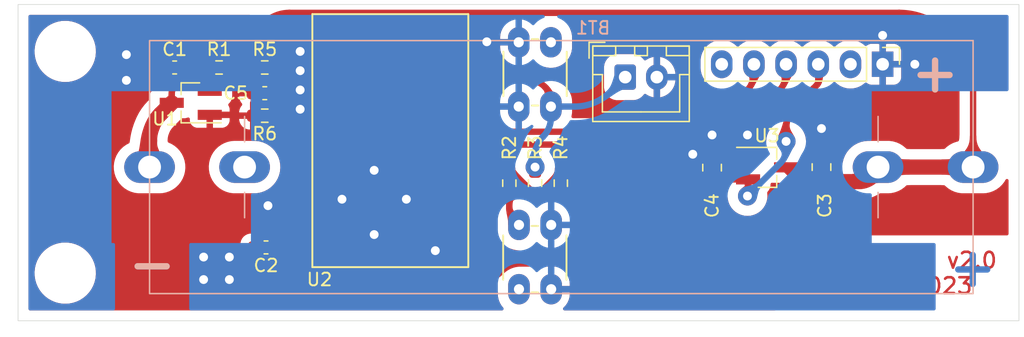
<source format=kicad_pcb>
(kicad_pcb (version 20211014) (generator pcbnew)
  (layers (0 "F.Cu" signal) (31 "B.Cu" signal) (34 "B.Paste" user) (35 "F.Paste" user) (36 "B.SilkS" user "B.Silkscreen") (37 "F.SilkS" user "F.Silkscreen") (38 "B.Mask" user) (39 "F.Mask" user) (44 "Edge.Cuts" user))
  (net 0 "")
  (net 1 "VCC")
  (net 2 "Net-(BT1-Pad2)")
  (net 3 "Net-(C1-Pad1)")
  (net 4 "+3.3V")
  (net 5 "GND")
  (net 6 "/ADC")
  (net 8 "/RX")
  (net 9 "/TX")
  (net 11 "/RST")
  (net 12 "/FLASH")
  (net 13 "Net-(R4-Pad2)")
  (footprint "Resistor_SMD:R_0603_1608Metric_Pad0.98x0.95mm_HandSolder" (layer "F.Cu") (at 89.866 77.978)
    (fp_text reference "R1")
    (fp_text value "100R")
  )
  (footprint "MountingHole:MountingHole_3.2mm_M3" (layer "F.Cu") (at 77.724 76.708)
    (fp_text reference "H1" hide)
    (fp_text value "MountingHole")
  )
  (footprint "Package_TO_SOT_SMD:SOT-23_Handsoldering" (layer "F.Cu") (at 87.63 80.772 180)
    (fp_text reference "U1")
    (fp_text value "BRCL3130MC")
  )
  (footprint "Resistor_SMD:R_0603_1608Metric_Pad0.98x0.95mm_HandSolder" (layer "F.Cu") (at 116.84 87.122 -90)
    (fp_text reference "R4")
    (fp_text value "10K")
  )
  (footprint "ESP8285:ESP-M2" (layer "F.Cu") (at 103.378 86.36)
    (fp_text reference "U2")
    (fp_text value "ESP-M2")
  )
  (footprint "Package_TO_SOT_SMD:SOT-23_Handsoldering" (layer "F.Cu") (at 133.12 85.8735)
    (fp_text reference "U3")
    (fp_text value "ME6811")
  )
  (footprint "CPB:SW_PUSH_4.5mm" (layer "F.Cu") (at 116.058 75.986 -90)
    (fp_text reference "SW1" hide)
    (fp_text value "RESET")
  )
  (footprint "Connector_JST:JST_XH_B2B-XH-A_1x02_P2.50mm_Vertical" (layer "F.Cu") (at 121.92 78.74)
    (fp_text reference "J2" hide)
    (fp_text value "EXTRESET")
  )
  (footprint "MountingHole:MountingHole_3.2mm_M3" (layer "F.Cu") (at 77.724 94.234)
    (fp_text reference "H2" hide)
    (fp_text value "MountingHole")
  )
  (footprint "Capacitor_SMD:C_0805_2012Metric_Pad1.18x1.45mm_HandSolder" (layer "F.Cu") (at 137.414 85.852 90)
    (fp_text reference "C3")
    (fp_text value "22u")
  )
  (footprint "CPB:SW_PUSH_4.5mm" (layer "F.Cu") (at 113.538 95.504 90)
    (fp_text reference "SW2" hide)
    (fp_text value "FLASH")
  )
  (footprint "Resistor_SMD:R_0603_1608Metric_Pad0.98x0.95mm_HandSolder" (layer "F.Cu") (at 114.808 87.122 90)
    (fp_text reference "R2")
    (fp_text value "10K")
  )
  (footprint "Capacitor_SMD:C_0805_2012Metric_Pad1.18x1.45mm_HandSolder" (layer "F.Cu") (at 128.778 85.895 90)
    (fp_text reference "C4")
    (fp_text value "22u")
  )
  (footprint "Resistor_SMD:R_0603_1608Metric_Pad0.98x0.95mm_HandSolder" (layer "F.Cu") (at 93.472 81.788 180)
    (fp_text reference "R6")
    (fp_text value "330K")
  )
  (footprint "Resistor_SMD:R_0603_1608Metric_Pad0.98x0.95mm_HandSolder" (layer "F.Cu") (at 112.776 87.122 -90)
    (fp_text reference "R3")
    (fp_text value "10K")
  )
  (footprint "Resistor_SMD:R_0603_1608Metric_Pad0.98x0.95mm_HandSolder" (layer "F.Cu") (at 93.472 77.978)
    (fp_text reference "R5")
    (fp_text value "1M")
  )
  (footprint "Capacitor_SMD:C_0603_1608Metric_Pad1.08x0.95mm_HandSolder" (layer "F.Cu") (at 93.5725 92.202 180)
    (fp_text reference "C2")
    (fp_text value "100n")
  )
  (footprint "Capacitor_SMD:C_0603_1608Metric_Pad1.08x0.95mm_HandSolder" (layer "F.Cu") (at 93.472 80.01 180)
    (fp_text reference "C5")
    (fp_text value "100n")
  )
  (footprint "Capacitor_SMD:C_0603_1608Metric_Pad1.08x0.95mm_HandSolder" (layer "F.Cu") (at 86.36 77.978)
    (fp_text reference "C1")
    (fp_text value "100n")
  )
  (footprint "CPB:Socket_Strip_Straight_1x06_Oval_Pitch2.54mm" (layer "F.Cu") (at 142.24 77.724 -90)
    (fp_text reference "J1" hide)
    (fp_text value "FTDI")
  )
  (footprint "CPB:Battery_18650_Unprotected_Clip" (layer "B.Cu") (at 119.38 85.852 180)
    (fp_text reference "BT1")
    (fp_text value "Li 3.7v")
  )
  (gr_rect (start 74 73) (end 153 98) (layer "Edge.Cuts") (width 0.05) (fill none))
  (gr_text "ESP Mailbox v2.0\ncperiod 2023" (at 143.002 94.234) (layer "F.Cu") (effects (font (size 1.25 1.25) (thickness 0.2))))
  (gr_text "+" (at 149.352 93.726) (layer "B.Cu") (effects (font (size 3 3) (thickness 0.5)) (justify mirror)))
  (gr_text "-" (at 84.582 93.472) (layer "B.Cu") (effects (font (size 3 3) (thickness 0.5)) (justify mirror)))
  (segment (start 136.53575 87.122) (end 137.017097 87.122) (width 0.8) (layer "F.Cu") (net 1))
  (segment (start 147.389792 75.253792) (end 147.786207 75.650207) (width 0.5) (layer "F.Cu") (net 1))
  (segment (start 135.433385 86.665385) (end 134.649101 85.881101) (width 0.8) (layer "F.Cu") (net 1))
  (segment (start 142.014 85.852) (end 149.38 85.852) (width 1.2) (layer "F.Cu") (net 1))
  (segment (start 134.63075 85.8735) (end 134.62 85.8735) (width 0.8) (layer "F.Cu") (net 1))
  (segment (start 92.5595 77.978) (end 90.7785 77.978) (width 0.5) (layer "F.Cu") (net 1))
  (segment (start 141.785247 86.214752) (end 141.44 86.56) (width 1.2) (layer "F.Cu") (net 1))
  (segment (start 92.5595 77.978) (end 92.5595 76.51855) (width 0.5) (layer "F.Cu") (net 1))
  (segment (start 95.41805 73.66) (end 143.542036 73.66) (width 0.5) (layer "F.Cu") (net 1))
  (segment (start 149.38 85.852) (end 149.38 79.497963) (width 0.5) (layer "F.Cu") (net 1))
  (segment (start 137.602635 87) (end 140.377746 87) (width 1.2) (layer "F.Cu") (net 1))
  (segment (start 137.29775 87.00575) (end 137.35875 86.94475) (width 0.8) (layer "F.Cu") (net 1))
  (arc (start 142.014 85.852) (mid 141.919247 85.891247) (end 141.88 85.986) (width 1.2) (layer "F.Cu") (net 1))
  (arc (start 93.39675 74.49725) (mid 92.777094 75.42463) (end 92.5595 76.51855) (width 0.5) (layer "F.Cu") (net 1))
  (arc (start 137.29775 87.00575) (mid 137.168985 87.091787) (end 137.017097 87.122) (width 0.8) (layer "F.Cu") (net 1))
  (arc (start 137.46925 86.94475) (mid 137.530447 86.98564) (end 137.602635 87) (width 1.2) (layer "F.Cu") (net 1))
  (arc (start 147.786207 75.650207) (mid 148.965786 77.415572) (end 149.38 79.497963) (width 0.5) (layer "F.Cu") (net 1))
  (arc (start 147.389792 75.253792) (mid 145.624426 74.074213) (end 143.542036 73.66) (width 0.5) (layer "F.Cu") (net 1))
  (arc (start 141.88 85.986) (mid 141.855374 86.109799) (end 141.785247 86.214752) (width 1.2) (layer "F.Cu") (net 1))
  (arc (start 137.46925 86.94475) (mid 137.414 86.921864) (end 137.35875 86.94475) (width 1.2) (layer "F.Cu") (net 1))
  (arc (start 141.44 86.56) (mid 140.952633 86.885647) (end 140.377746 87) (width 1.2) (layer "F.Cu") (net 1))
  (arc (start 135.433385 86.665385) (mid 135.939154 87.003329) (end 136.53575 87.122) (width 0.8) (layer "F.Cu") (net 1))
  (arc (start 95.41805 73.66) (mid 94.32413 73.877594) (end 93.39675 74.49725) (width 0.5) (layer "F.Cu") (net 1))
  (arc (start 134.649101 85.881101) (mid 134.640681 85.875475) (end 134.63075 85.8735) (width 0.8) (layer "F.Cu") (net 1))
  (segment (start 87.2225 78.18175) (end 87.2225 77.978) (width 0.5) (layer "F.Cu") (net 2))
  (segment (start 86.587497 79.020501) (end 87.078426 78.529573) (width 0.5) (layer "F.Cu") (net 2))
  (segment (start 86.13 80.772) (end 85.255 81.647) (width 1.2) (layer "F.Cu") (net 2))
  (segment (start 86.13 80.125) (end 86.13 80.772) (width 0.5) (layer "F.Cu") (net 2))
  (segment (start 84.38 83.759436) (end 84.38 85.852) (width 1.2) (layer "F.Cu") (net 2))
  (arc (start 87.2225 78.18175) (mid 87.185056 78.36999) (end 87.078426 78.529573) (width 0.5) (layer "F.Cu") (net 2))
  (arc (start 86.587497 79.020501) (mid 86.248899 79.527249) (end 86.13 80.125) (width 0.5) (layer "F.Cu") (net 2))
  (arc (start 85.255 81.647) (mid 84.607405 82.616194) (end 84.38 83.759436) (width 1.2) (layer "F.Cu") (net 2))
  (segment (start 86.969879 76.454) (end 87.561354 76.454) (width 0.5) (layer "F.Cu") (net 3))
  (segment (start 88.9535 77.62375) (end 88.9535 77.978) (width 0.5) (layer "F.Cu") (net 3))
  (segment (start 88.9535 77.978) (end 88.9535 79.520695) (width 0.5) (layer "F.Cu") (net 3))
  (segment (start 89.04175 79.73375) (end 89.13 79.822) (width 0.5) (layer "F.Cu") (net 3))
  (segment (start 85.928749 76.885249) (end 85.731375 77.082624) (width 0.5) (layer "F.Cu") (net 3))
  (segment (start 85.4975 77.64725) (end 85.4975 77.978) (width 0.5) (layer "F.Cu") (net 3))
  (segment (start 88.703007 77.019007) (end 88.54575 76.86175) (width 0.5) (layer "F.Cu") (net 3))
  (arc (start 88.9535 79.520695) (mid 88.976435 79.635999) (end 89.04175 79.73375) (width 0.5) (layer "F.Cu") (net 3))
  (arc (start 85.731375 77.082624) (mid 85.558282 77.341676) (end 85.4975 77.64725) (width 0.5) (layer "F.Cu") (net 3))
  (arc (start 88.54575 76.86175) (mid 88.094105 76.55997) (end 87.561354 76.454) (width 0.5) (layer "F.Cu") (net 3))
  (arc (start 88.703007 77.019007) (mid 88.888398 77.296465) (end 88.9535 77.62375) (width 0.5) (layer "F.Cu") (net 3))
  (arc (start 86.969879 76.454) (mid 86.406423 76.566077) (end 85.928749 76.885249) (width 0.5) (layer "F.Cu") (net 3))
  (segment (start 137.033 79.375) (end 136.779 79.629) (width 0.5) (layer "F.Cu") (net 4))
  (segment (start 119.2765 91.047054) (end 119.2765 87.42775) (width 0.5) (layer "F.Cu") (net 4))
  (segment (start 137.16 79.068394) (end 137.16 77.724) (width 0.5) (layer "F.Cu") (net 4))
  (segment (start 94.435 92.202) (end 96.958277 92.202) (width 0.5) (layer "F.Cu") (net 4))
  (segment (start 131.62 86.8235) (end 131.62 88.056058) (width 0.5) (layer "F.Cu") (net 4))
  (segment (start 116.851554 93.472) (end 113.674025 93.472) (width 0.5) (layer "F.Cu") (net 4))
  (segment (start 123.918265 86.2095) (end 120.49475 86.2095) (width 0.5) (layer "F.Cu") (net 4))
  (segment (start 97.149 92.281) (end 97.228 92.36) (width 0.5) (layer "F.Cu") (net 4))
  (segment (start 128.8325 86.878) (end 128.7235 86.987) (width 0.5) (layer "F.Cu") (net 4))
  (segment (start 131.62 86.8235) (end 128.964074 86.8235) (width 0.5) (layer "F.Cu") (net 4))
  (segment (start 94.435 92.202) (end 94.435 92.8105) (width 0.5) (layer "F.Cu") (net 4))
  (segment (start 128.454503 87.122) (end 126.121234 87.122) (width 0.5) (layer "F.Cu") (net 4))
  (segment (start 131.596 88.114) (end 131.572 88.138) (width 0.5) (layer "F.Cu") (net 4))
  (segment (start 116.84 86.2095) (end 118.05825 86.2095) (width 0.5) (layer "F.Cu") (net 4))
  (segment (start 95.0965 94.0805) (end 94.865274 93.849274) (width 0.5) (layer "F.Cu") (net 4))
  (segment (start 128.68325 87.02725) (end 128.7235 86.987) (width 0.5) (layer "F.Cu") (net 4))
  (segment (start 116.84 86.2095) (end 115.088185 87.961314) (width 0.5) (layer "F.Cu") (net 4))
  (segment (start 96.693502 94.742) (end 110.607974 94.742) (width 0.5) (layer "F.Cu") (net 4))
  (segment (start 114.734814 87.961314) (end 113.056185 86.282685) (width 0.5) (layer "F.Cu") (net 4))
  (segment (start 134.62 82.804) (end 134.62 83.82) (width 0.5) (layer "F.Cu") (net 4))
  (segment (start 112.8795 86.2095) (end 112.776 86.2095) (width 0.5) (layer "F.Cu") (net 4))
  (segment (start 118.05825 86.2095) (end 120.49475 86.2095) (width 0.5) (layer "F.Cu") (net 4))
  (segment (start 135.33842 81.069579) (end 136.779 79.629) (width 0.5) (layer "F.Cu") (net 4))
  (via (at 131.572 88.138) (size 1.5) (drill 0.7) (layers "F.Cu" "B.Cu") (net 4))
  (via (at 134.62 83.82) (size 1.5) (drill 0.7) (layers "F.Cu" "B.Cu") (net 4))
  (arc (start 119.2765 91.047054) (mid 119.091912 91.97504) (end 118.56625 92.76175) (width 0.5) (layer "F.Cu") (net 4))
  (arc (start 113.056185 86.282685) (mid 112.975121 86.22852) (end 112.8795 86.2095) (width 0.5) (layer "F.Cu") (net 4))
  (arc (start 97.149 92.281) (mid 97.061495 92.222531) (end 96.958277 92.202) (width 0.5) (layer "F.Cu") (net 4))
  (arc (start 125.01975 86.66575) (mid 124.514384 86.328075) (end 123.918265 86.2095) (width 0.5) (layer "F.Cu") (net 4))
  (arc (start 135.33842 81.069579) (mid 134.806711 81.865338) (end 134.62 82.804) (width 0.5) (layer "F.Cu") (net 4))
  (arc (start 115.088185 87.961314) (mid 115.007121 88.015479) (end 114.9115 88.0345) (width 0.5) (layer "F.Cu") (net 4))
  (arc (start 137.16 79.068394) (mid 137.126993 79.234328) (end 137.033 79.375) (width 0.5) (layer "F.Cu") (net 4))
  (arc (start 128.964074 86.8235) (mid 128.892866 86.837664) (end 128.8325 86.878) (width 0.5) (layer "F.Cu") (net 4))
  (arc (start 131.62 88.056058) (mid 131.613762 88.087416) (end 131.596 88.114) (width 0.5) (layer "F.Cu") (net 4))
  (arc (start 118.56625 92.76175) (mid 117.77954 93.287412) (end 116.851554 93.472) (width 0.5) (layer "F.Cu") (net 4))
  (arc (start 113.674025 93.472) (mid 112.844357 93.637031) (end 112.141 94.107) (width 0.5) (layer "F.Cu") (net 4))
  (arc (start 119.2765 87.42775) (mid 118.919682 86.566317) (end 118.05825 86.2095) (width 0.5) (layer "F.Cu") (net 4))
  (arc (start 125.01975 86.66575) (mid 125.525115 87.003424) (end 126.121234 87.122) (width 0.5) (layer "F.Cu") (net 4))
  (arc (start 94.435 92.8105) (mid 94.546824 93.37268) (end 94.865274 93.849274) (width 0.5) (layer "F.Cu") (net 4))
  (arc (start 128.68325 87.02725) (mid 128.5783 87.097375) (end 128.454503 87.122) (width 0.5) (layer "F.Cu") (net 4))
  (arc (start 95.0965 94.0805) (mid 95.82921 94.570081) (end 96.693502 94.742) (width 0.5) (layer "F.Cu") (net 4))
  (arc (start 114.734814 87.961314) (mid 114.815878 88.015479) (end 114.9115 88.0345) (width 0.5) (layer "F.Cu") (net 4))
  (arc (start 112.141 94.107) (mid 111.437641 94.576968) (end 110.607974 94.742) (width 0.5) (layer "F.Cu") (net 4))
  (arc (start 120.49475 86.2095) (mid 119.633317 86.566317) (end 119.2765 87.42775) (width 0.5) (layer "F.Cu") (net 4))
  (segment (start 134.170987 85.539012) (end 131.572 88.138) (width 0.5) (layer "B.Cu") (net 4))
  (segment (start 134.62 83.82) (end 134.62 84.455) (width 0.5) (layer "B.Cu") (net 4))
  (arc (start 134.62 84.455) (mid 134.503305 85.041663) (end 134.170987 85.539012) (width 0.5) (layer "B.Cu") (net 4))
  (via (at 144.78 77.724) (size 1.5) (drill 0.7) (layers "F.Cu" "B.Cu") (net 5))
  (via (at 127.254 84.836) (size 1.5) (drill 0.7) (layers "F.Cu" "B.Cu") (net 5))
  (via (at 96.266 76.708) (size 1.5) (drill 0.7) (layers "F.Cu" "B.Cu") (net 5))
  (via (at 90.678 94.742) (size 1.5) (drill 0.7) (layers "F.Cu" "B.Cu") (net 5))
  (via (at 82.55 78.994) (size 1.5) (drill 0.7) (layers "F.Cu" "B.Cu") (net 5))
  (via (at 110.998 75.946) (size 1.5) (drill 0.7) (layers "F.Cu" "B.Cu") (net 5))
  (via (at 93.726 88.9) (size 1.5) (drill 0.7) (layers "F.Cu" "B.Cu") (net 5))
  (via (at 102.108 91.186) (size 1.5) (drill 0.7) (layers "F.Cu" "B.Cu") (net 5))
  (via (at 99.568 88.392) (size 1.5) (drill 0.7) (layers "F.Cu" "B.Cu") (net 5))
  (via (at 96.266 81.28) (size 1.5) (drill 0.7) (layers "F.Cu" "B.Cu") (net 5))
  (via (at 96.266 78.232) (size 1.5) (drill 0.7) (layers "F.Cu" "B.Cu") (net 5))
  (via (at 104.648 88.392) (size 1.5) (drill 0.7) (layers "F.Cu" "B.Cu") (net 5))
  (via (at 131.572 83.312) (size 1.5) (drill 0.7) (layers "F.Cu" "B.Cu") (net 5))
  (via (at 137.414 82.804) (size 1.5) (drill 0.7) (layers "F.Cu" "B.Cu") (net 5))
  (via (at 102.108 86.106) (size 1.5) (drill 0.7) (layers "F.Cu" "B.Cu") (net 5))
  (via (at 142.24 75.438) (size 1.5) (drill 0.7) (layers "F.Cu" "B.Cu") (net 5))
  (via (at 106.934 92.456) (size 1.5) (drill 0.7) (layers "F.Cu" "B.Cu") (net 5))
  (via (at 90.678 92.964) (size 1.5) (drill 0.7) (layers "F.Cu" "B.Cu") (net 5))
  (via (at 96.266 79.756) (size 1.5) (drill 0.7) (layers "F.Cu" "B.Cu") (net 5))
  (via (at 128.778 83.312) (size 1.5) (drill 0.7) (layers "F.Cu" "B.Cu") (net 5))
  (via (at 88.646 94.742) (size 1.5) (drill 0.7) (layers "F.Cu" "B.Cu") (net 5))
  (via (at 82.55 76.962) (size 1.5) (drill 0.7) (layers "F.Cu" "B.Cu") (net 5))
  (via (at 88.646 92.964) (size 1.5) (drill 0.7) (layers "F.Cu" "B.Cu") (net 5))
  (segment (start 94.3845 81.86325) (end 94.3845 81.823355) (width 0.5) (layer "F.Cu") (net 6))
  (segment (start 94.3845 79.924644) (end 94.3845 77.978) (width 0.5) (layer "F.Cu") (net 6))
  (segment (start 95.303247 82.857247) (end 94.437709 81.991709) (width 0.5) (layer "F.Cu") (net 6))
  (segment (start 96.517 83.36) (end 97.228 83.36) (width 0.5) (layer "F.Cu") (net 6))
  (segment (start 94.3345 80.045355) (end 94.3345 81.702644) (width 0.5) (layer "F.Cu") (net 6))
  (arc (start 94.3845 81.86325) (mid 94.398328 81.932771) (end 94.437709 81.991709) (width 0.5) (layer "F.Cu") (net 6))
  (arc (start 94.3845 79.924644) (mid 94.378002 79.957308) (end 94.3595 79.985) (width 0.5) (layer "F.Cu") (net 6))
  (arc (start 94.3595 79.985) (mid 94.340997 80.012691) (end 94.3345 80.045355) (width 0.5) (layer "F.Cu") (net 6))
  (arc (start 94.3595 81.763) (mid 94.378002 81.790691) (end 94.3845 81.823355) (width 0.5) (layer "F.Cu") (net 6))
  (arc (start 95.303247 82.857247) (mid 95.860121 83.229338) (end 96.517 83.36) (width 0.5) (layer "F.Cu") (net 6))
  (arc (start 94.3345 81.702644) (mid 94.340997 81.735308) (end 94.3595 81.763) (width 0.5) (layer "F.Cu") (net 6))
  (segment (start 109.54 84.848) (end 109.528 84.86) (width 0.5) (layer "F.Cu") (net 8))
  (segment (start 133.476999 80.390999) (end 134.081184 79.786815) (width 0.5) (layer "F.Cu") (net 8))
  (segment (start 129.558051 81.534) (end 130.717553 81.534) (width 0.5) (layer "F.Cu") (net 8))
  (segment (start 134.62 78.486) (end 134.62 77.724) (width 0.5) (layer "F.Cu") (net 8))
  (segment (start 110.713184 84.836) (end 109.56897 84.836) (width 0.5) (layer "F.Cu") (net 8))
  (segment (start 112.552815 84.074) (end 123.425948 84.074) (width 0.5) (layer "F.Cu") (net 8))
  (arc (start 126.492 82.804) (mid 125.085283 83.743937) (end 123.425948 84.074) (width 0.5) (layer "F.Cu") (net 8))
  (arc (start 111.633 84.455) (mid 111.210984 84.736981) (end 110.713184 84.836) (width 0.5) (layer "F.Cu") (net 8))
  (arc (start 129.558051 81.534) (mid 127.898716 81.864062) (end 126.492 82.804) (width 0.5) (layer "F.Cu") (net 8))
  (arc (start 112.552815 84.074) (mid 112.055014 84.173018) (end 111.633 84.455) (width 0.5) (layer "F.Cu") (net 8))
  (arc (start 133.476999 80.390999) (mid 132.210954 81.236943) (end 130.717553 81.534) (width 0.5) (layer "F.Cu") (net 8))
  (arc (start 134.62 78.486) (mid 134.479966 79.189996) (end 134.081184 79.786815) (width 0.5) (layer "F.Cu") (net 8))
  (arc (start 109.56897 84.836) (mid 109.553291 84.839118) (end 109.54 84.848) (width 0.5) (layer "F.Cu") (net 8))
  (segment (start 109.679 83.209) (end 109.528 83.36) (width 0.5) (layer "F.Cu") (net 9))
  (segment (start 131.541184 79.786815) (end 131.445 79.883) (width 0.5) (layer "F.Cu") (net 9))
  (segment (start 128.796051 80.518) (end 129.911974 80.518) (width 0.5) (layer "F.Cu") (net 9))
  (segment (start 122.663948 83.058) (end 110.043546 83.058) (width 0.5) (layer "F.Cu") (net 9))
  (segment (start 132.08 78.486) (end 132.08 77.724) (width 0.5) (layer "F.Cu") (net 9))
  (arc (start 125.73 81.788) (mid 124.323283 82.727937) (end 122.663948 83.058) (width 0.5) (layer "F.Cu") (net 9))
  (arc (start 131.445 79.883) (mid 130.741641 80.352968) (end 129.911974 80.518) (width 0.5) (layer "F.Cu") (net 9))
  (arc (start 110.043546 83.058) (mid 109.846255 83.097243) (end 109.679 83.209) (width 0.5) (layer "F.Cu") (net 9))
  (arc (start 132.08 78.486) (mid 131.939966 79.189996) (end 131.541184 79.786815) (width 0.5) (layer "F.Cu") (net 9))
  (arc (start 128.796051 80.518) (mid 127.136716 80.848062) (end 125.73 81.788) (width 0.5) (layer "F.Cu") (net 9))
  (segment (start 110.769878 81.86) (end 109.528 81.86) (width 0.5) (layer "F.Cu") (net 11))
  (segment (start 111.76 80.869878) (end 111.76 79.86121) (width 0.5) (layer "F.Cu") (net 11))
  (segment (start 112.62721 78.994) (end 114.357721 78.994) (width 0.5) (layer "F.Cu") (net 11))
  (segment (start 115.677576 79.609576) (end 115.56 79.492) (width 0.5) (layer "F.Cu") (net 11))
  (segment (start 114.808 85.852) (end 114.808 86.2095) (width 0.5) (layer "F.Cu") (net 11))
  (segment (start 116.058 80.528) (end 116.058 81.066) (width 0.5) (layer "F.Cu") (net 11))
  (via (at 114.808 85.852) (size 1.5) (drill 0.7) (layers "F.Cu" "B.Cu") (net 11))
  (arc (start 111.76 80.869878) (mid 111.684631 81.248781) (end 111.47 81.57) (width 0.5) (layer "F.Cu") (net 11))
  (arc (start 111.47 81.57) (mid 111.148781 81.784631) (end 110.769878 81.86) (width 0.5) (layer "F.Cu") (net 11))
  (arc (start 115.677576 79.609576) (mid 115.959131 80.030952) (end 116.058 80.528) (width 0.5) (layer "F.Cu") (net 11))
  (arc (start 112.014 79.248) (mid 111.826012 79.529343) (end 111.76 79.86121) (width 0.5) (layer "F.Cu") (net 11))
  (arc (start 115.56 79.492) (mid 115.008389 79.123425) (end 114.357721 78.994) (width 0.5) (layer "F.Cu") (net 11))
  (arc (start 112.62721 78.994) (mid 112.295343 79.060012) (end 112.014 79.248) (width 0.5) (layer "F.Cu") (net 11))
  (segment (start 115.432999 83.448999) (end 115.436453 83.445546) (width 0.5) (layer "B.Cu") (net 11))
  (segment (start 114.808 84.957883) (end 114.808 85.852) (width 0.5) (layer "B.Cu") (net 11))
  (segment (start 117.949269 81.066) (end 116.937 81.066) (width 0.5) (layer "B.Cu") (net 11))
  (segment (start 120.757 79.903) (end 121.92 78.74) (width 0.5) (layer "B.Cu") (net 11))
  (arc (start 115.432999 83.448999) (mid 114.970431 84.141281) (end 114.808 84.957883) (width 0.5) (layer "B.Cu") (net 11))
  (arc (start 116.937 81.066) (mid 116.315453 81.323453) (end 116.058 81.945) (width 0.5) (layer "B.Cu") (net 11))
  (arc (start 120.757 79.903) (mid 119.468802 80.763746) (end 117.949269 81.066) (width 0.5) (layer "B.Cu") (net 11))
  (arc (start 116.058 81.945) (mid 115.896465 82.757089) (end 115.436453 83.445546) (width 0.5) (layer "B.Cu") (net 11))
  (segment (start 110.287 89.36) (end 109.528 89.36) (width 0.5) (layer "F.Cu") (net 12))
  (segment (start 112.228487 88.177512) (end 111.582694 88.823305) (width 0.5) (layer "F.Cu") (net 12))
  (segment (start 112.776 89.123184) (end 112.776 88.23675) (width 0.5) (layer "F.Cu") (net 12))
  (segment (start 113.157 90.043) (end 113.538 90.424) (width 0.5) (layer "F.Cu") (net 12))
  (arc (start 112.57375 88.0345) (mid 112.386895 88.071667) (end 112.228487 88.177512) (width 0.5) (layer "F.Cu") (net 12))
  (arc (start 112.776 88.23675) (mid 112.716762 88.093737) (end 112.57375 88.0345) (width 0.5) (layer "F.Cu") (net 12))
  (arc (start 112.776 89.123184) (mid 112.875018 89.620984) (end 113.157 90.043) (width 0.5) (layer "F.Cu") (net 12))
  (arc (start 111.582694 88.823305) (mid 110.988224 89.220517) (end 110.287 89.36) (width 0.5) (layer "F.Cu") (net 12))
  (segment (start 110.1 90.86) (end 109.528 90.86) (width 0.5) (layer "F.Cu") (net 13))
  (segment (start 116.375579 92.71) (end 113.830147 92.71) (width 0.5) (layer "F.Cu") (net 13))
  (segment (start 111.076465 91.264465) (end 111.597 91.785) (width 0.5) (layer "F.Cu") (net 13))
  (segment (start 118.11 90.202525) (end 118.11 90.975579) (width 0.5) (layer "F.Cu") (net 13))
  (segment (start 117.475 88.6695) (end 116.84 88.0345) (width 0.5) (layer "F.Cu") (net 13))
  (arc (start 111.597 91.785) (mid 112.621576 92.4696) (end 113.830147 92.71) (width 0.5) (layer "F.Cu") (net 13))
  (arc (start 117.475 88.6695) (mid 117.944968 89.372857) (end 118.11 90.202525) (width 0.5) (layer "F.Cu") (net 13))
  (arc (start 117.602 92.202) (mid 117.039313 92.577975) (end 116.375579 92.71) (width 0.5) (layer "F.Cu") (net 13))
  (arc (start 111.076465 91.264465) (mid 110.628459 90.965117) (end 110.1 90.86) (width 0.5) (layer "F.Cu") (net 13))
  (arc (start 118.11 90.975579) (mid 117.977975 91.639313) (end 117.602 92.202) (width 0.5) (layer "F.Cu") (net 13))
  (zone (net 4) (net_name "+3.3V") (layer "F.Cu") (priority 16962) (connect_pads yes (clearance 0)) (min_thickness 0.0254) (fill yes (thermal_gap 0.508) (thermal_bridge_width 0.508))
    (polygon (pts (xy 116.348561 87.054492) (xy 116.424258 86.98084) (xy 116.491778 86.919663) (xy 116.553273 86.869119) (xy 116.610897 86.827364) (xy 116.666801 86.792555) (xy 116.723139 86.762849) (xy 116.782063 86.736403) (xy 116.845727 86.711373) (xy 116.916282 86.685917) (xy 116.995883 86.658192) (xy 117.007937 86.041563) (xy 116.391308 86.053617) (xy 116.363582 86.133217) (xy 116.338126 86.203772) (xy 116.313096 86.267436) (xy 116.28665 86.32636) (xy 116.256944 86.382698) (xy 116.222135 86.438602) (xy 116.18038 86.496225) (xy 116.129836 86.55772) (xy 116.068659 86.62524) (xy 115.995008 86.700938)))
  )
  (zone (net 4) (net_name "+3.3V") (layer "F.Cu") (priority 16962) (connect_pads yes (clearance 0)) (min_thickness 0.0254) (fill yes (thermal_gap 0.508) (thermal_bridge_width 0.508))
    (polygon (pts (xy 115.395776 87.30017) (xy 115.32975 87.363433) (xy 115.269326 87.415287) (xy 115.212901 87.456899) (xy 115.158878 87.48944) (xy 115.105654 87.514079) (xy 115.051632 87.531985) (xy 114.995209 87.544326) (xy 114.934788 87.552274) (xy 114.868766 87.556997) (xy 114.795546 87.559664) (xy 114.597038 88.143592) (xy 115.188279 88.319126) (xy 115.245668 88.242014) (xy 115.296082 88.173922) (xy 115.342027 88.112349) (xy 115.386014 88.054792) (xy 115.430552 87.998751) (xy 115.47815 87.941723) (xy 115.531317 87.881208) (xy 115.592563 87.814704) (xy 115.664397 87.73971) (xy 115.749329 87.653724)))
  )
  (zone (net 12) (net_name "/FLASH") (layer "F.Cu") (priority 16962) (connect_pads yes (clearance 0)) (min_thickness 0.0254) (fill yes (thermal_gap 0.508) (thermal_bridge_width 0.508))
    (polygon (pts (xy 110.671711 89.062518) (xy 110.541768 89.092026) (xy 110.427487 89.111314) (xy 110.325927 89.12086) (xy 110.234147 89.121141) (xy 110.149206 89.112634) (xy 110.068162 89.095817) (xy 109.988076 89.071168) (xy 109.906006 89.039164) (xy 109.819011 89.000282) (xy 109.72415 88.955) (xy 109.303 89.36) (xy 109.72415 89.765) (xy 109.832258 89.717711) (xy 109.930649 89.684349) (xy 110.022868 89.661821) (xy 110.112459 89.647032) (xy 110.202966 89.636886) (xy 110.297931 89.62829) (xy 110.400901 89.61815) (xy 110.515417 89.60337) (xy 110.645025 89.580857) (xy 110.793269 89.547516)))
  )
  (zone (net 1) (net_name "VCC") (layer "F.Cu") (priority 16962) (connect_pads yes (clearance 0)) (min_thickness 0.0254) (fill yes (thermal_gap 0.508) (thermal_bridge_width 0.508))
    (polygon (pts (xy 91.6145 78.228) (xy 91.720106 78.229446) (xy 91.811108 78.233932) (xy 91.890332 78.241675) (xy 91.960603 78.252896) (xy 92.024747 78.267813) (xy 92.085589 78.286644) (xy 92.145955 78.30961) (xy 92.208671 78.336928) (xy 92.276561 78.368819) (xy 92.352453 78.4055) (xy 92.797 77.978) (xy 92.352453 77.5505) (xy 92.276561 77.58718) (xy 92.208671 77.619071) (xy 92.145955 77.646389) (xy 92.085589 77.669355) (xy 92.024747 77.688186) (xy 91.960603 77.703103) (xy 91.890332 77.714324) (xy 91.811108 77.722067) (xy 91.720106 77.726553) (xy 91.6145 77.728)))
  )
  (zone (net 4) (net_name "+3.3V") (layer "F.Cu") (priority 16962) (connect_pads yes (clearance 0)) (min_thickness 0.0254) (fill yes (thermal_gap 0.508) (thermal_bridge_width 0.508))
    (polygon (pts (xy 95.38 91.952) (xy 95.274393 91.950553) (xy 95.183391 91.946067) (xy 95.104167 91.938324) (xy 95.033896 91.927103) (xy 94.969752 91.912186) (xy 94.90891 91.893355) (xy 94.848544 91.870389) (xy 94.785828 91.843071) (xy 94.717938 91.81118) (xy 94.642047 91.7745) (xy 94.1975 92.202) (xy 94.642047 92.6295) (xy 94.717938 92.592819) (xy 94.785828 92.560928) (xy 94.848544 92.53361) (xy 94.90891 92.510644) (xy 94.969752 92.491813) (xy 95.033896 92.476896) (xy 95.104167 92.465675) (xy 95.183391 92.457932) (xy 95.274393 92.453446) (xy 95.38 92.452)))
  )
  (zone (net 6) (net_name "/ADC") (layer "F.Cu") (priority 16962) (connect_pads yes (clearance 0)) (min_thickness 0.0254) (fill yes (thermal_gap 0.508) (thermal_bridge_width 0.508))
    (polygon (pts (xy 94.6345 78.923) (xy 94.635946 78.817393) (xy 94.640432 78.726391) (xy 94.648175 78.647167) (xy 94.659396 78.576896) (xy 94.674313 78.512752) (xy 94.693144 78.45191) (xy 94.71611 78.391544) (xy 94.743428 78.328828) (xy 94.775319 78.260938) (xy 94.812 78.185047) (xy 94.3845 77.7405) (xy 93.957 78.185047) (xy 93.99368 78.260938) (xy 94.025571 78.328828) (xy 94.052889 78.391544) (xy 94.075855 78.45191) (xy 94.094686 78.512752) (xy 94.109603 78.576896) (xy 94.120824 78.647167) (xy 94.128567 78.726391) (xy 94.133053 78.817393) (xy 94.1345 78.923)))
  )
  (zone (net 3) (net_name "Net-(C1-Pad1)") (layer "F.Cu") (priority 16962) (connect_pads yes (clearance 0)) (min_thickness 0.0254) (fill yes (thermal_gap 0.508) (thermal_bridge_width 0.508))
    (polygon (pts (xy 85.552616 76.907834) (xy 85.476516 76.993899) (xy 85.421302 77.075342) (xy 85.382217 77.152851) (xy 85.354505 77.227113) (xy 85.33341 77.298817) (xy 85.314175 77.36865) (xy 85.292044 77.4373) (xy 85.262261 77.505456) (xy 85.22007 77.573805) (xy 85.160716 77.643036) (xy 85.47558 78.214486) (xy 85.942285 77.811294) (xy 85.917477 77.75161) (xy 85.890601 77.6945) (xy 85.864207 77.639381) (xy 85.840845 77.58567) (xy 85.823065 77.532788) (xy 85.813415 77.480151) (xy 85.814447 77.427179) (xy 85.828709 77.373288) (xy 85.858752 77.317898) (xy 85.907126 77.260428)))
  )
  (zone (net 13) (net_name "Net-(R4-Pad2)") (layer "F.Cu") (priority 16962) (connect_pads yes (clearance 0)) (min_thickness 0.0254) (fill yes (thermal_gap 0.508) (thermal_bridge_width 0.508))
    (polygon (pts (xy 117.982519 88.905214) (xy 117.886651 88.761889) (xy 117.798121 88.642005) (xy 117.716382 88.540161) (xy 117.640892 88.450955) (xy 117.571106 88.368986) (xy 117.50648 88.28885) (xy 117.44647 88.205147) (xy 117.390531 88.112475) (xy 117.33812 88.005432) (xy 117.288692 87.878617) (xy 116.672063 87.866563) (xy 116.684117 88.483192) (xy 116.801589 88.524902) (xy 116.906161 88.565245) (xy 117.000186 88.607009) (xy 117.086014 88.652984) (xy 117.165998 88.705959) (xy 117.24249 88.768723) (xy 117.317842 88.844067) (xy 117.394405 88.93478) (xy 117.474532 89.043651) (xy 117.560575 89.17347)))
  )
  (zone (net 12) (net_name "/FLASH") (layer "F.Cu") (priority 16962) (connect_pads yes (clearance 0)) (min_thickness 0.0254) (fill yes (thermal_gap 0.508) (thermal_bridge_width 0.508))
    (polygon (pts (xy 112.135508 88.624045) (xy 112.194701 88.570181) (xy 112.25074 88.529729) (xy 112.304568 88.501139) (xy 112.357126 88.482865) (xy 112.409356 88.473357) (xy 112.462203 88.471069) (xy 112.516606 88.474452) (xy 112.573511 88.481958) (xy 112.633858 88.49204) (xy 112.69859 88.503149) (xy 113.003763 87.967195) (xy 112.440125 87.698625) (xy 112.370925 87.765408) (xy 112.307885 87.821889) (xy 112.248976 87.871131) (xy 112.192172 87.916198) (xy 112.135444 87.960153) (xy 112.076763 88.006061) (xy 112.014101 88.056985) (xy 111.945431 88.115988) (xy 111.868725 88.186136) (xy 111.781954 88.270491)))
  )
  (zone (net 4) (net_name "+3.3V") (layer "F.Cu") (priority 16962) (connect_pads yes (clearance 0)) (min_thickness 0.0254) (fill yes (thermal_gap 0.508) (thermal_bridge_width 0.508))
    (polygon (pts (xy 137.199133 79.562419) (xy 137.320486 79.422152) (xy 137.402482 79.28882) (xy 137.454449 79.1612) (xy 137.485716 79.038069) (xy 137.505611 78.918204) (xy 137.523465 78.80038) (xy 137.548606 78.683375) (xy 137.590363 78.565966) (xy 137.658064 78.446928) (xy 137.76104 78.32504) (xy 137.16 77.299) (xy 136.395 78.094506) (xy 136.473731 78.227052) (xy 136.569003 78.347883) (xy 136.671808 78.459633) (xy 136.773136 78.564935) (xy 136.863977 78.666424) (xy 136.935324 78.766734) (xy 136.978167 78.868499) (xy 136.983497 78.974353) (xy 136.942304 79.086931) (xy 136.845581 79.208867)))
  )
  (zone (net 11) (net_name "/RST") (layer "F.Cu") (priority 16962) (connect_pads yes (clearance 0)) (min_thickness 0.0254) (fill yes (thermal_gap 0.508) (thermal_bridge_width 0.508))
    (polygon (pts (xy 115.387747 79.6733) (xy 115.485064 79.789168) (xy 115.541772 79.89886) (xy 115.563868 80.004367) (xy 115.557347 80.107681) (xy 115.528205 80.210793) (xy 115.482437 80.315694) (xy 115.42604 80.424375) (xy 115.365009 80.538827) (xy 115.30534 80.661043) (xy 115.25303 80.793013) (xy 116.110595 81.487733) (xy 116.65904 80.46496) (xy 116.53913 80.338681) (xy 116.442388 80.224651) (xy 116.36247 80.119256) (xy 116.293033 80.018883) (xy 116.227734 79.919918) (xy 116.16023 79.818748) (xy 116.084178 79.711759) (xy 115.993234 79.595338) (xy 115.881056 79.465872) (xy 115.7413 79.319747)))
  )
  (zone (net 1) (net_name "VCC") (layer "F.Cu") (priority 16962) (connect_pads yes (clearance 0)) (min_thickness 0.0254) (fill yes (thermal_gap 0.508) (thermal_bridge_width 0.508))
    (polygon (pts (xy 135.814855 87.384546) (xy 135.997991 87.443137) (xy 136.163328 87.47087) (xy 136.313803 87.47486) (xy 136.452355 87.462224) (xy 136.581922 87.440078) (xy 136.70544 87.415539) (xy 136.825849 87.395722) (xy 136.946085 87.387744) (xy 137.069088 87.398721) (xy 137.197794 87.43577) (xy 137.684335 86.774575) (xy 136.971462 86.503086) (xy 136.910369 86.566146) (xy 136.84505 86.619527) (xy 136.774995 86.662751) (xy 136.699697 86.695338) (xy 136.618644 86.71681) (xy 136.53133 86.726688) (xy 136.437243 86.724493) (xy 136.335876 86.709748) (xy 136.226719 86.681973) (xy 136.109263 86.64069)))
  )
  (zone (net 1) (net_name "VCC") (layer "F.Cu") (priority 16962) (connect_pads yes (clearance 0)) (min_thickness 0.0254) (fill yes (thermal_gap 0.508) (thermal_bridge_width 0.508))
    (polygon (pts (xy 144.384 85.252) (xy 144.102614 85.24694) (xy 143.861594 85.231675) (xy 143.652924 85.20608) (xy 143.468591 85.170027) (xy 143.30058 85.123389) (xy 143.140877 85.066041) (xy 142.981468 84.997854) (xy 142.814338 84.918703) (xy 142.631474 84.82846) (xy 142.424862 84.727) (xy 141.255 85.852) (xy 142.424862 86.977) (xy 142.631474 86.875539) (xy 142.814338 86.785296) (xy 142.981468 86.706145) (xy 143.140877 86.637958) (xy 143.30058 86.58061) (xy 143.468591 86.533972) (xy 143.652924 86.497919) (xy 143.861594 86.472324) (xy 144.102614 86.457059) (xy 144.384 86.452)))
  )
  (zone (net 4) (net_name "+3.3V") (layer "F.Cu") (priority 16962) (connect_pads yes (clearance 0)) (min_thickness 0.0254) (fill yes (thermal_gap 0.508) (thermal_bridge_width 0.508))
    (polygon (pts (xy 127.627003 87.372) (xy 127.777124 87.374482) (xy 127.90484 87.381464) (xy 128.015016 87.392245) (xy 128.112518 87.406126) (xy 128.20221 87.422405) (xy 128.288958 87.440384) (xy 128.377627 87.459363) (xy 128.473082 87.478641) (xy 128.580189 87.497519) (xy 128.703813 87.515297) (xy 129.056427 86.838867) (xy 128.366733 86.512958) (xy 128.298196 86.580773) (xy 128.236154 86.641576) (xy 128.177718 86.695338) (xy 128.119999 86.742028) (xy 128.060109 86.781617) (xy 127.995159 86.814075) (xy 127.922263 86.839372) (xy 127.83853 86.857479) (xy 127.741072 86.868364) (xy 127.627003 86.872)))
  )
  (zone (net 6) (net_name "/ADC") (layer "F.Cu") (priority 16962) (connect_pads yes (clearance 0)) (min_thickness 0.0254) (fill yes (thermal_gap 0.508) (thermal_bridge_width 0.508))
    (polygon (pts (xy 94.1345 79.059644) (xy 94.132897 79.161182) (xy 94.127896 79.248888) (xy 94.119209 79.325318) (xy 94.106549 79.393029) (xy 94.089626 79.454577) (xy 94.068154 79.51252) (xy 94.041844 79.569414) (xy 94.010407 79.627815) (xy 93.973557 79.690281) (xy 93.931005 79.759369) (xy 94.309656 80.246196) (xy 94.781313 79.848808) (xy 94.751092 79.765174) (xy 94.724785 79.690896) (xy 94.702217 79.622859) (xy 94.683218 79.557947) (xy 94.667614 79.493045) (xy 94.655233 79.425037) (xy 94.645904 79.350809) (xy 94.639453 79.267244) (xy 94.635709 79.171227) (xy 94.6345 79.059644)))
  )
  (zone (net 1) (net_name "VCC") (layer "F.Cu") (priority 16962) (connect_pads yes (clearance 0)) (min_thickness 0.0254) (fill yes (thermal_gap 0.508) (thermal_bridge_width 0.508))
    (polygon (pts (xy 91.7235 77.728) (xy 91.617893 77.726553) (xy 91.526891 77.722067) (xy 91.447667 77.714324) (xy 91.377396 77.703103) (xy 91.313252 77.688186) (xy 91.25241 77.669355) (xy 91.192044 77.646389) (xy 91.129328 77.619071) (xy 91.061438 77.58718) (xy 90.985547 77.5505) (xy 90.541 77.978) (xy 90.985547 78.4055) (xy 91.061438 78.368819) (xy 91.129328 78.336928) (xy 91.192044 78.30961) (xy 91.25241 78.286644) (xy 91.313252 78.267813) (xy 91.377396 78.252896) (xy 91.447667 78.241675) (xy 91.526891 78.233932) (xy 91.617893 78.229446) (xy 91.7235 78.228)))
  )
  (zone (net 2) (net_name "Net-(BT1-Pad2)") (layer "F.Cu") (priority 16962) (connect_pads yes (clearance 0)) (min_thickness 0.0254) (fill yes (thermal_gap 0.508) (thermal_bridge_width 0.508))
    (polygon (pts (xy 86.987436 78.974116) (xy 87.071839 78.887211) (xy 87.141945 78.810318) (xy 87.20084 78.741422) (xy 87.251608 78.678509) (xy 87.297336 78.619564) (xy 87.34111 78.562574) (xy 87.386015 78.505524) (xy 87.435136 78.446401) (xy 87.491561 78.383189) (xy 87.558375 78.313876) (xy 87.28915 77.750044) (xy 86.754075 78.056756) (xy 86.765374 78.121529) (xy 86.775618 78.181933) (xy 86.78326 78.238906) (xy 86.786753 78.293388) (xy 86.784547 78.346318) (xy 86.775096 78.398635) (xy 86.756852 78.451279) (xy 86.728267 78.505188) (xy 86.687793 78.561302) (xy 86.633883 78.620562)))
  )
  (zone (net 8) (net_name "/RX") (layer "F.Cu") (priority 16962) (connect_pads yes (clearance 0)) (min_thickness 0.0254) (fill yes (thermal_gap 0.508) (thermal_bridge_width 0.508))
    (polygon (pts (xy 110.42897 84.586) (xy 110.325835 84.585056) (xy 110.236676 84.582019) (xy 110.15879 84.576578) (xy 110.089476 84.568423) (xy 110.026034 84.557245) (xy 109.965761 84.542733) (xy 109.905958 84.524577) (xy 109.843922 84.502468) (xy 109.776953 84.476095) (xy 109.70235 84.445149) (xy 109.303318 84.871957) (xy 109.745396 85.254003) (xy 109.813067 85.217277) (xy 109.874408 85.185929) (xy 109.931849 85.159601) (xy 109.987822 85.137939) (xy 110.044758 85.120586) (xy 110.105087 85.107185) (xy 110.171242 85.097383) (xy 110.245653 85.090821) (xy 110.330752 85.087146) (xy 110.42897 85.086)))
  )
  (zone (net 4) (net_name "+3.3V") (layer "F.Cu") (priority 16962) (connect_pads yes (clearance 0)) (min_thickness 0.0254) (fill yes (thermal_gap 0.508) (thermal_bridge_width 0.508))
    (polygon (pts (xy 117.785 85.9595) (xy 117.679393 85.958053) (xy 117.588391 85.953567) (xy 117.509167 85.945824) (xy 117.438896 85.934603) (xy 117.374752 85.919686) (xy 117.31391 85.900855) (xy 117.253544 85.877889) (xy 117.190828 85.850571) (xy 117.122938 85.81868) (xy 117.047047 85.782) (xy 116.6025 86.2095) (xy 117.047047 86.637) (xy 117.122938 86.600319) (xy 117.190828 86.568428) (xy 117.253544 86.54111) (xy 117.31391 86.518144) (xy 117.374752 86.499313) (xy 117.438896 86.484396) (xy 117.509167 86.473175) (xy 117.588391 86.465432) (xy 117.679393 86.460946) (xy 117.785 86.4595)))
  )
  (zone (net 2) (net_name "Net-(BT1-Pad2)") (layer "F.Cu") (priority 16962) (connect_pads yes (clearance 0)) (min_thickness 0.0254) (fill yes (thermal_gap 0.508) (thermal_bridge_width 0.508))
    (polygon (pts (xy 84.089483 82.301803) (xy 83.926964 82.701615) (xy 83.812083 83.052722) (xy 83.733565 83.365114) (xy 83.680134 83.648783) (xy 83.640516 83.913721) (xy 83.603436 84.169919) (xy 83.55762 84.427368) (xy 83.491791 84.69606) (xy 83.394676 84.985986) (xy 83.255 85.307138) (xy 84.38 86.477) (xy 85.505 85.307138) (xy 85.373585 85.043796) (xy 85.250771 84.802389) (xy 85.141624 84.575653) (xy 85.051212 84.356328) (xy 84.984604 84.137152) (xy 84.946865 83.910865) (xy 84.943064 83.670205) (xy 84.978268 83.407911) (xy 85.057545 83.116722) (xy 85.185963 82.789377)))
  )
  (zone (net 6) (net_name "/ADC") (layer "F.Cu") (priority 16962) (connect_pads yes (clearance 0)) (min_thickness 0.0254) (fill yes (thermal_gap 0.508) (thermal_bridge_width 0.508))
    (polygon (pts (xy 96.007344 83.54281) (xy 96.149178 83.577261) (xy 96.273195 83.601084) (xy 96.382795 83.617245) (xy 96.481377 83.62871) (xy 96.57234 83.638446) (xy 96.659084 83.649418) (xy 96.745007 83.664594) (xy 96.83351 83.686938) (xy 96.927991 83.719418) (xy 97.03185 83.765) (xy 97.453 83.36) (xy 97.03185 82.955) (xy 96.94218 82.998072) (xy 96.859882 83.03556) (xy 96.782206 83.066842) (xy 96.706403 83.091297) (xy 96.629722 83.108305) (xy 96.549415 83.117244) (xy 96.462732 83.117493) (xy 96.366922 83.108432) (xy 96.259238 83.089439) (xy 96.136928 83.059894)))
  )
  (zone (net 6) (net_name "/ADC") (layer "F.Cu") (priority 16962) (connect_pads yes (clearance 0)) (min_thickness 0.0254) (fill yes (thermal_gap 0.508) (thermal_bridge_width 0.508))
    (polygon (pts (xy 94.5845 80.960355) (xy 94.585922 80.854016) (xy 94.590346 80.762367) (xy 94.598006 80.682567) (xy 94.609138 80.611774) (xy 94.623977 80.547147) (xy 94.642758 80.485844) (xy 94.665715 80.425024) (xy 94.693085 80.361845) (xy 94.725101 80.293467) (xy 94.762 80.217047) (xy 94.3345 79.7725) (xy 93.907 80.217047) (xy 93.943898 80.293467) (xy 93.975914 80.361845) (xy 94.003284 80.425024) (xy 94.026241 80.485844) (xy 94.045022 80.547147) (xy 94.059861 80.611774) (xy 94.070993 80.682567) (xy 94.078653 80.762367) (xy 94.083077 80.854016) (xy 94.0845 80.960355)))
  )
  (zone (net 4) (net_name "+3.3V") (layer "F.Cu") (priority 16962) (connect_pads yes (clearance 0)) (min_thickness 0.0254) (fill yes (thermal_gap 0.508) (thermal_bridge_width 0.508))
    (polygon (pts (xy 130.83 87.0735) (xy 130.917651 87.073881) (xy 130.99429 87.075344) (xy 131.061873 87.078368) (xy 131.122354 87.083433) (xy 131.177691 87.091017) (xy 131.229838 87.101599) (xy 131.280751 87.11566) (xy 131.332386 87.133677) (xy 131.386699 87.156131) (xy 131.445645 87.1835) (xy 131.82 86.8235) (xy 131.445645 86.4635) (xy 131.386699 86.490868) (xy 131.332386 86.513322) (xy 131.280751 86.531339) (xy 131.229838 86.5454) (xy 131.177691 86.555982) (xy 131.122354 86.563566) (xy 131.061873 86.568631) (xy 130.99429 86.571655) (xy 130.917651 86.573118) (xy 130.83 86.5735)))
  )
  (zone (net 4) (net_name "+3.3V") (layer "F.Cu") (priority 16962) (connect_pads yes (clearance 0)) (min_thickness 0.0254) (fill yes (thermal_gap 0.508) (thermal_bridge_width 0.508))
    (polygon (pts (xy 113.717329 86.590276) (xy 113.632397 86.504289) (xy 113.560563 86.429294) (xy 113.499317 86.36279) (xy 113.44615 86.302275) (xy 113.398552 86.245248) (xy 113.354014 86.189206) (xy 113.310027 86.131649) (xy 113.264082 86.070076) (xy 113.213669 86.001984) (xy 113.156279 85.924873) (xy 112.565038 86.100408) (xy 112.763546 86.684336) (xy 112.836766 86.687002) (xy 112.902788 86.691725) (xy 112.963209 86.699672) (xy 113.019632 86.712014) (xy 113.073654 86.72992) (xy 113.126878 86.754558) (xy 113.180901 86.787099) (xy 113.237326 86.828711) (xy 113.29775 86.880565) (xy 113.363776 86.943829)))
  )
  (zone (net 4) (net_name "+3.3V") (layer "F.Cu") (priority 16962) (connect_pads yes (clearance 0)) (min_thickness 0.0254) (fill yes (thermal_gap 0.508) (thermal_bridge_width 0.508))
    (polygon (pts (xy 131.87 87.6135) (xy 131.870381 87.525848) (xy 131.871844 87.449209) (xy 131.874868 87.381626) (xy 131.879933 87.321145) (xy 131.887517 87.265808) (xy 131.898099 87.213661) (xy 131.91216 87.162748) (xy 131.930177 87.111113) (xy 131.952631 87.0568) (xy 131.98 86.997855) (xy 131.62 86.6235) (xy 131.26 86.997855) (xy 131.287368 87.0568) (xy 131.309822 87.111113) (xy 131.327839 87.162748) (xy 131.3419 87.213661) (xy 131.352482 87.265808) (xy 131.360066 87.321145) (xy 131.365131 87.381626) (xy 131.368155 87.449209) (xy 131.369618 87.525848) (xy 131.37 87.6135)))
  )
  (zone (net 9) (net_name "/TX") (layer "F.Cu") (priority 16962) (connect_pads yes (clearance 0)) (min_thickness 0.0254) (fill yes (thermal_gap 0.508) (thermal_bridge_width 0.508))
    (polygon (pts (xy 132.057503 79.517775) (xy 132.164091 79.329141) (xy 132.253695 79.168852) (xy 132.330147 79.030547) (xy 132.397282 78.907866) (xy 132.458934 78.794449) (xy 132.518938 78.683935) (xy 132.581127 78.569963) (xy 132.649337 78.446174) (xy 132.727402 78.306207) (xy 132.819155 78.143702) (xy 132.09132 77.299151) (xy 131.305403 78.073998) (xy 131.375713 78.210652) (xy 131.451775 78.33275) (xy 131.528215 78.444336) (xy 131.599664 78.549455) (xy 131.660748 78.652153) (xy 131.706097 78.756474) (xy 131.730339 78.866463) (xy 131.728102 78.986166) (xy 131.694015 79.119628) (xy 131.622707 79.270893)))
  )
  (zone (net 1) (net_name "VCC") (layer "F.Cu") (priority 16962) (connect_pads yes (clearance 0)) (min_thickness 0.0254) (fill yes (thermal_gap 0.508) (thermal_bridge_width 0.508))
    (polygon (pts (xy 92.3095 77.033) (xy 92.308053 77.138606) (xy 92.303567 77.229608) (xy 92.295824 77.308832) (xy 92.284603 77.379103) (xy 92.269686 77.443247) (xy 92.250855 77.504089) (xy 92.227889 77.564455) (xy 92.200571 77.627171) (xy 92.16868 77.695061) (xy 92.132 77.770953) (xy 92.5595 78.2155) (xy 92.987 77.770953) (xy 92.950319 77.695061) (xy 92.918428 77.627171) (xy 92.89111 77.564455) (xy 92.868144 77.504089) (xy 92.849313 77.443247) (xy 92.834396 77.379103) (xy 92.823175 77.308832) (xy 92.815432 77.229608) (xy 92.810946 77.138606) (xy 92.8095 77.033)))
  )
  (zone (net 12) (net_name "/FLASH") (layer "F.Cu") (priority 16962) (connect_pads yes (clearance 0)) (min_thickness 0.0254) (fill yes (thermal_gap 0.508) (thermal_bridge_width 0.508))
    (polygon (pts (xy 112.526 88.964846) (xy 112.530536 89.167066) (xy 112.542848 89.33799) (xy 112.560991 89.48466) (xy 112.583024 89.614122) (xy 112.607 89.733419) (xy 112.630976 89.849597) (xy 112.653008 89.9697) (xy 112.671152 90.100771) (xy 112.683464 90.249856) (xy 112.688 90.424) (xy 113.799122 90.75932) (xy 113.913936 89.661654) (xy 113.783502 89.60532) (xy 113.654762 89.561095) (xy 113.530549 89.523326) (xy 113.4137 89.486359) (xy 113.307049 89.444541) (xy 113.213432 89.392221) (xy 113.135683 89.323744) (xy 113.076638 89.233458) (xy 113.039132 89.115709) (xy 113.026 88.964846)))
  )
  (zone (net 6) (net_name "/ADC") (layer "F.Cu") (priority 16962) (connect_pads yes (clearance 0)) (min_thickness 0.0254) (fill yes (thermal_gap 0.508) (thermal_bridge_width 0.508))
    (polygon (pts (xy 94.0845 80.837644) (xy 94.08329 80.949227) (xy 94.079546 81.045244) (xy 94.073095 81.128809) (xy 94.063766 81.203037) (xy 94.051385 81.271045) (xy 94.035781 81.335947) (xy 94.016782 81.400859) (xy 93.994214 81.468896) (xy 93.967907 81.543174) (xy 93.937687 81.626808) (xy 94.409344 82.024196) (xy 94.787995 81.537369) (xy 94.745442 81.468281) (xy 94.708592 81.405815) (xy 94.677155 81.347414) (xy 94.650845 81.29052) (xy 94.629373 81.232577) (xy 94.61245 81.171029) (xy 94.59979 81.103318) (xy 94.591103 81.026888) (xy 94.586102 80.939182) (xy 94.5845 80.837644)))
  )
  (zone (net 3) (net_name "Net-(C1-Pad1)") (layer "F.Cu") (priority 16962) (connect_pads yes (clearance 0)) (min_thickness 0.0254) (fill yes (thermal_gap 0.508) (thermal_bridge_width 0.508))
    (polygon (pts (xy 88.7035 79.060695) (xy 88.704242 79.167024) (xy 88.706256 79.259315) (xy 88.709223 79.340315) (xy 88.712828 79.412773) (xy 88.71675 79.479435) (xy 88.720672 79.543051) (xy 88.724276 79.606367) (xy 88.727244 79.672132) (xy 88.729258 79.743093) (xy 88.73 79.822) (xy 89.217786 80.001703) (xy 89.376936 79.507322) (xy 89.338496 79.47493) (xy 89.305828 79.442224) (xy 89.278525 79.408299) (xy 89.256182 79.372251) (xy 89.238391 79.333173) (xy 89.224746 79.290163) (xy 89.214841 79.242314) (xy 89.208269 79.188723) (xy 89.204624 79.128485) (xy 89.2035 79.060695)))
  )
  (zone (net 1) (net_name "VCC") (layer "F.Cu") (priority 16962) (connect_pads yes (clearance 0)) (min_thickness 0.0254) (fill yes (thermal_gap 0.508) (thermal_bridge_width 0.508))
    (polygon (pts (xy 149.13 83.362) (xy 149.116482 83.652933) (xy 149.078047 83.893184) (xy 149.017874 84.093723) (xy 148.939142 84.265522) (xy 148.845029 84.419551) (xy 148.738713 84.566781) (xy 148.623374 84.718183) (xy 148.502189 84.88473) (xy 148.378338 85.077391) (xy 148.255 85.307138) (xy 149.38 86.477) (xy 150.505 85.307138) (xy 150.381661 85.077391) (xy 150.25781 84.88473) (xy 150.136625 84.718183) (xy 150.021286 84.566781) (xy 149.91497 84.419551) (xy 149.820857 84.265522) (xy 149.742125 84.093723) (xy 149.681952 83.893184) (xy 149.643517 83.652933) (xy 149.63 83.362)))
  )
  (zone (net 8) (net_name "/RX") (layer "F.Cu") (priority 16962) (connect_pads yes (clearance 0)) (min_thickness 0.0254) (fill yes (thermal_gap 0.508) (thermal_bridge_width 0.508))
    (polygon (pts (xy 134.597503 79.517775) (xy 134.704091 79.329141) (xy 134.793695 79.168852) (xy 134.870147 79.030547) (xy 134.937282 78.907866) (xy 134.998934 78.794449) (xy 135.058938 78.683935) (xy 135.121127 78.569963) (xy 135.189337 78.446174) (xy 135.267402 78.306207) (xy 135.359155 78.143702) (xy 134.63132 77.299151) (xy 133.845403 78.073998) (xy 133.915713 78.210652) (xy 133.991775 78.33275) (xy 134.068215 78.444336) (xy 134.139664 78.549455) (xy 134.200748 78.652153) (xy 134.246097 78.756474) (xy 134.270339 78.866463) (xy 134.268102 78.986166) (xy 134.234015 79.119628) (xy 134.162707 79.270893)))
  )
  (zone (net 5) (net_name "GND") (layers F&B.Cu) (connect_pads (clearance 0.82)) (min_thickness 0.254) (fill yes (thermal_gap 0.62) (thermal_bridge_width 0.508))
    (polygon (pts (xy 153.416 98.552) (xy 73.66 98.298) (xy 73.66 72.644) (xy 153.416 72.644)))
  )
  (zone (net 4) (net_name "+3.3V") (layer "F.Cu") (priority 16962) (connect_pads yes (clearance 0)) (min_thickness 0.0254) (fill yes (thermal_gap 0.508) (thermal_bridge_width 0.508))
    (polygon (pts (xy 94.748172 93.19783) (xy 94.716903 93.091563) (xy 94.698282 92.99786) (xy 94.691125 92.914292) (xy 94.694247 92.83843) (xy 94.706463 92.767844) (xy 94.726589 92.700106) (xy 94.75344 92.632786) (xy 94.785832 92.563456) (xy 94.82258 92.489686) (xy 94.8625 92.409047) (xy 94.435 91.9645) (xy 94.0075 92.409047) (xy 94.051871 92.507902) (xy 94.085205 92.596997) (xy 94.110165 92.67965) (xy 94.129413 92.759181) (xy 94.145613 92.83891) (xy 94.161428 92.922156) (xy 94.179519 93.012238) (xy 94.20255 93.112477) (xy 94.233184 93.226191) (xy 94.274084 93.3567)))
  )
  (zone (net 4) (net_name "+3.3V") (layer "F.Cu") (priority 16962) (connect_pads yes (clearance 0)) (min_thickness 0.0254) (fill yes (thermal_gap 0.508) (thermal_bridge_width 0.508))
    (polygon (pts (xy 96.348277 92.452) (xy 96.432151 92.453669) (xy 96.505453 92.458915) (xy 96.56979 92.468094) (xy 96.626769 92.481563) (xy 96.677998 92.499678) (xy 96.725084 92.522796) (xy 96.769633 92.551274) (xy 96.813254 92.585468) (xy 96.857553 92.625734) (xy 96.904138 92.67243) (xy 97.439178 92.437645) (xy 97.183662 91.91219) (xy 97.093193 91.921063) (xy 97.013085 91.928591) (xy 96.940028 91.93487) (xy 96.870717 91.939997) (xy 96.801843 91.944069) (xy 96.730099 91.947183) (xy 96.652178 91.949436) (xy 96.564772 91.950925) (xy 96.464574 91.951747) (xy 96.348277 91.952)))
  )
  (zone (net 1) (net_name "VCC") (layer "F.Cu") (priority 16962) (connect_pads yes (clearance 0)) (min_thickness 0.0254) (fill yes (thermal_gap 0.508) (thermal_bridge_width 0.508))
    (polygon (pts (xy 146.89 86.452) (xy 147.169483 86.457124) (xy 147.408825 86.472552) (xy 147.615999 86.498369) (xy 147.798975 86.534657) (xy 147.965727 86.581502) (xy 148.124226 86.638986) (xy 148.282445 86.707195) (xy 148.448355 86.78621) (xy 148.629928 86.876117) (xy 148.835138 86.977) (xy 150.005 85.852) (xy 148.835138 84.727) (xy 148.629928 84.827882) (xy 148.448355 84.917789) (xy 148.282445 84.996804) (xy 148.124226 85.065013) (xy 147.965727 85.122497) (xy 147.798975 85.169342) (xy 147.615999 85.20563) (xy 147.408825 85.231447) (xy 147.169483 85.246875) (xy 146.89 85.252)))
  )
  (zone (net 11) (net_name "/RST") (layer "F.Cu") (priority 16962) (connect_pads yes (clearance 0)) (min_thickness 0.0254) (fill yes (thermal_gap 0.508) (thermal_bridge_width 0.508))
    (polygon (pts (xy 110.418 81.61) (xy 110.318886 81.608902) (xy 110.233139 81.605408) (xy 110.158224 81.599216) (xy 110.091607 81.590024) (xy 110.03075 81.577531) (xy 109.97312 81.561436) (xy 109.91618 81.541437) (xy 109.857395 81.517232) (xy 109.79423 81.48852) (xy 109.72415 81.455) (xy 109.303 81.86) (xy 109.72415 82.265) (xy 109.79423 82.231479) (xy 109.857395 82.202767) (xy 109.91618 82.178562) (xy 109.97312 82.158563) (xy 110.03075 82.142468) (xy 110.091607 82.129975) (xy 110.158224 82.120783) (xy 110.233139 82.114591) (xy 110.318886 82.111097) (xy 110.418 82.11)))
  )
  (zone (net 4) (net_name "+3.3V") (layer "F.Cu") (priority 16962) (connect_pads yes (clearance 0)) (min_thickness 0.0254) (fill yes (thermal_gap 0.508) (thermal_bridge_width 0.508))
    (polygon (pts (xy 131.432558 87.0735) (xy 131.528071 87.084335) (xy 131.562462 87.115114) (xy 131.546414 87.163249) (xy 131.490611 87.226153) (xy 131.405736 87.301235) (xy 131.302472 87.385909) (xy 131.191502 87.477585) (xy 131.083511 87.573675) (xy 130.989182 87.671592) (xy 130.919198 87.768746) (xy 131.548111 88.512238) (xy 131.572 87.388) (xy 131.49391 87.365194) (xy 131.462302 87.303292) (xy 131.465091 87.212067) (xy 131.490192 87.101296) (xy 131.52552 86.98075) (xy 131.558987 86.860204) (xy 131.578511 86.749432) (xy 131.572004 86.658208) (xy 131.527381 86.596306) (xy 131.432558 86.5735)))
  )
  (zone (net 3) (net_name "Net-(C1-Pad1)") (layer "F.Cu") (priority 16962) (connect_pads yes (clearance 0)) (min_thickness 0.0254) (fill yes (thermal_gap 0.508) (thermal_bridge_width 0.508))
    (polygon (pts (xy 89.2035 78.923) (xy 89.204946 78.817393) (xy 89.209432 78.726391) (xy 89.217175 78.647167) (xy 89.228396 78.576896) (xy 89.243313 78.512752) (xy 89.262144 78.45191) (xy 89.28511 78.391544) (xy 89.312428 78.328828) (xy 89.344319 78.260938) (xy 89.381 78.185047) (xy 88.9535 77.7405) (xy 88.526 78.185047) (xy 88.56268 78.260938) (xy 88.594571 78.328828) (xy 88.621889 78.391544) (xy 88.644855 78.45191) (xy 88.663686 78.512752) (xy 88.678603 78.576896) (xy 88.689824 78.647167) (xy 88.697567 78.726391) (xy 88.702053 78.817393) (xy 88.7035 78.923)))
  )
  (zone (net 9) (net_name "/TX") (layer "F.Cu") (priority 16962) (connect_pads yes (clearance 0)) (min_thickness 0.0254) (fill yes (thermal_gap 0.508) (thermal_bridge_width 0.508))
    (polygon (pts (xy 110.338627 82.808) (xy 110.225209 82.810856) (xy 110.127847 82.818608) (xy 110.043215 82.830031) (xy 109.967989 82.843904) (xy 109.898845 82.859) (xy 109.832458 82.874096) (xy 109.765505 82.887968) (xy 109.69466 82.899392) (xy 109.6166 82.907144) (xy 109.528 82.91) (xy 109.33615 83.477551) (xy 109.906844 83.602851) (xy 109.938444 83.553147) (xy 109.968638 83.506688) (xy 109.998918 83.463942) (xy 110.030775 83.425378) (xy 110.065703 83.391462) (xy 110.105193 83.362663) (xy 110.150738 83.33945) (xy 110.20383 83.322289) (xy 110.265962 83.31165) (xy 110.338627 83.308)))
  )
  (zone (net 1) (net_name "VCC") (layer "F.Cu") (priority 16962) (connect_pads yes (clearance 0)) (min_thickness 0.0254) (fill yes (thermal_gap 0.508) (thermal_bridge_width 0.508))
    (polygon (pts (xy 139.827619 87.6) (xy 140.118657 87.586056) (xy 140.36468 87.548208) (xy 140.575417 87.492431) (xy 140.7606 87.424704) (xy 140.929961 87.351) (xy 141.093229 87.277296) (xy 141.260136 87.209568) (xy 141.440412 87.153792) (xy 141.64379 87.115944) (xy 141.88 87.102) (xy 142.32352 85.411643) (xy 140.700705 85.437559) (xy 140.651521 85.584815) (xy 140.605464 85.727769) (xy 140.558186 85.863782) (xy 140.505335 85.990219) (xy 140.442562 86.104439) (xy 140.365517 86.203808) (xy 140.26985 86.285685) (xy 140.151211 86.347435) (xy 140.00525 86.386419) (xy 139.827619 86.4)))
  )
  (zone (net 2) (net_name "Net-(BT1-Pad2)") (layer "F.Cu") (priority 16962) (connect_pads yes (clearance 0)) (min_thickness 0.0254) (fill yes (thermal_gap 0.508) (thermal_bridge_width 0.508))
    (polygon (pts (xy 85.939089 79.666034) (xy 85.909301 79.794971) (xy 85.889984 79.908789) (xy 85.878285 80.010176) (xy 85.871349 80.10182) (xy 85.866325 80.18641) (xy 85.860358 80.266635) (xy 85.850595 80.345182) (xy 85.834183 80.42474) (xy 85.808269 80.507998) (xy 85.77 80.597645) (xy 86.13 80.972) (xy 86.49 80.597645) (xy 86.453984 80.52088) (xy 86.423613 80.449076) (xy 86.399212 80.380062) (xy 86.381105 80.311667) (xy 86.369615 80.241718) (xy 86.365068 80.168045) (xy 86.367787 80.088476) (xy 86.378096 80.000839) (xy 86.39632 79.902964) (xy 86.422783 79.79268)))
  )
  (zone (net 4) (net_name "+3.3V") (layer "F.Cu") (priority 16962) (connect_pads yes (clearance 0)) (min_thickness 0.0254) (fill yes (thermal_gap 0.508) (thermal_bridge_width 0.508))
    (polygon (pts (xy 129.951574 86.5735) (xy 129.807942 86.570744) (xy 129.685824 86.562781) (xy 129.580634 86.550061) (xy 129.487786 86.533037) (xy 129.402694 86.512162) (xy 129.320773 86.487887) (xy 129.237437 86.460665) (xy 129.148101 86.430948) (xy 129.04818 86.399189) (xy 128.933087 86.36584) (xy 128.489203 86.986211) (xy 129.126448 87.405511) (xy 129.209404 87.343278) (xy 129.283125 87.287329) (xy 129.351037 87.237727) (xy 129.416567 87.194534) (xy 129.48314 87.157813) (xy 129.554182 87.127628) (xy 129.633121 87.104041) (xy 129.723381 87.087116) (xy 129.82839 87.076914) (xy 129.951574 87.0735)))
  )
  (zone (net 13) (net_name "Net-(R4-Pad2)") (layer "F.Cu") (priority 16962) (connect_pads yes (clearance 0)) (min_thickness 0.0254) (fill yes (thermal_gap 0.508) (thermal_bridge_width 0.508))
    (polygon (pts (xy 110.62211 90.695823) (xy 110.498708 90.657158) (xy 110.390741 90.628707) (xy 110.295221 90.607857) (xy 110.209161 90.59199) (xy 110.129573 90.578493) (xy 110.053469 90.564748) (xy 109.977862 90.548142) (xy 109.899765 90.526059) (xy 109.81619 90.495883) (xy 109.72415 90.455) (xy 109.303 90.86) (xy 109.72415 91.265) (xy 109.79835 91.228571) (xy 109.866699 91.195376) (xy 109.931356 91.166441) (xy 109.994482 91.142794) (xy 110.058237 91.125463) (xy 110.124781 91.115475) (xy 110.196273 91.113858) (xy 110.274874 91.121639) (xy 110.362745 91.139846) (xy 110.462044 91.169507)))
  )
  (zone (net 6) (net_name "/ADC") (layer "F.Cu") (priority 16962) (connect_pads yes (clearance 0)) (min_thickness 0.0254) (fill yes (thermal_gap 0.508) (thermal_bridge_width 0.508))
    (polygon (pts (xy 95.155421 82.355868) (xy 95.08865 82.286545) (xy 95.033672 82.223614) (xy 94.989138 82.165278) (xy 94.953699 82.109741) (xy 94.926006 82.055206) (xy 94.904709 81.999878) (xy 94.888459 81.941958) (xy 94.875907 81.879652) (xy 94.865703 81.811162) (xy 94.856499 81.734693) (xy 94.257642 81.587219) (xy 94.133686 82.191382) (xy 94.213144 82.240607) (xy 94.283233 82.284181) (xy 94.346413 82.324439) (xy 94.405144 82.363715) (xy 94.461885 82.404341) (xy 94.519098 82.448652) (xy 94.579243 82.498982) (xy 94.644779 82.557664) (xy 94.718167 82.627032) (xy 94.801868 82.709421)))
  )
  (zone (net 4) (net_name "+3.3V") (layer "F.Cu") (priority 16962) (connect_pads yes (clearance 0)) (min_thickness 0.0254) (fill yes (thermal_gap 0.508) (thermal_bridge_width 0.508))
    (polygon (pts (xy 134.495357 81.990375) (xy 134.429419 82.201343) (xy 134.374085 82.380902) (xy 134.326287 82.535771) (xy 134.282956 82.672672) (xy 134.241025 82.798324) (xy 134.197427 82.919449) (xy 134.149093 83.042767) (xy 134.092955 83.174998) (xy 134.025947 83.322863) (xy 133.945 83.493083) (xy 134.62 84.195) (xy 135.295 83.493083) (xy 135.217729 83.343903) (xy 135.142442 83.211896) (xy 135.072145 83.091786) (xy 135.009842 82.978297) (xy 134.958537 82.86615) (xy 134.921236 82.750071) (xy 134.900943 82.624781) (xy 134.900664 82.485006) (xy 134.923402 82.325467) (xy 134.972163 82.140889)))
  )
  (zone (net 3) (net_name "Net-(C1-Pad1)") (layer "F.Cu") (priority 16962) (connect_pads yes (clearance 0)) (min_thickness 0.0254) (fill yes (thermal_gap 0.508) (thermal_bridge_width 0.508))
    (polygon (pts (xy 88.558296 77.230447) (xy 88.604624 77.293859) (xy 88.633176 77.353639) (xy 88.646371 77.410636) (xy 88.646627 77.465703) (xy 88.636361 77.51969) (xy 88.61799 77.573449) (xy 88.593933 77.627831) (xy 88.566607 77.683688) (xy 88.53843 77.74187) (xy 88.511821 77.80323) (xy 88.971115 78.214845) (xy 89.314507 77.669296) (xy 89.258405 77.594621) (xy 89.218129 77.522908) (xy 89.189284 77.452904) (xy 89.167475 77.383355) (xy 89.148308 77.31301) (xy 89.127389 77.240616) (xy 89.100324 77.164921) (xy 89.062717 77.08467) (xy 89.010175 76.998613) (xy 88.938304 76.905497)))
  )
  (zone (net 4) (net_name "+3.3V") (layer "F.Cu") (priority 16962) (connect_pads yes (clearance 0)) (min_thickness 0.0254) (fill yes (thermal_gap 0.508) (thermal_bridge_width 0.508))
    (polygon (pts (xy 113.953462 87.533515) (xy 114.028463 87.610476) (xy 114.090902 87.679038) (xy 114.142622 87.741412) (xy 114.185465 87.799808) (xy 114.221274 87.856434) (xy 114.251892 87.913502) (xy 114.279162 87.973221) (xy 114.304926 88.037801) (xy 114.331027 88.109451) (xy 114.359308 88.190383) (xy 114.975937 88.202437) (xy 114.963883 87.585808) (xy 114.882951 87.557527) (xy 114.811301 87.531426) (xy 114.746721 87.505662) (xy 114.687002 87.478392) (xy 114.629934 87.447774) (xy 114.573308 87.411965) (xy 114.514912 87.369122) (xy 114.452538 87.317402) (xy 114.383976 87.254963) (xy 114.307015 87.179962)))
  )
  (zone (net 12) (net_name "/FLASH") (layer "F.Cu") (priority 16962) (connect_pads yes (clearance 0)) (min_thickness 0.0254) (fill yes (thermal_gap 0.508) (thermal_bridge_width 0.508))
    (polygon (pts (xy 113.026 88.99175) (xy 113.027391 88.884467) (xy 113.031735 88.791985) (xy 113.039288 88.711443) (xy 113.050306 88.639979) (xy 113.065045 88.574729) (xy 113.083759 88.512834) (xy 113.106707 88.45143) (xy 113.134142 88.387655) (xy 113.166321 88.318648) (xy 113.2035 88.241547) (xy 112.776 87.797) (xy 112.3485 88.241547) (xy 112.385678 88.318648) (xy 112.417857 88.387655) (xy 112.445292 88.45143) (xy 112.46824 88.512834) (xy 112.486954 88.574729) (xy 112.501693 88.639979) (xy 112.512711 88.711443) (xy 112.520264 88.791985) (xy 112.524608 88.884467) (xy 112.526 88.99175)))
  )
  (zone (net 4) (net_name "+3.3V") (layer "B.Cu") (priority 16962) (connect_pads yes (clearance 0)) (min_thickness 0.0254) (fill yes (thermal_gap 0.508) (thermal_bridge_width 0.508))
    (polygon (pts (xy 134.590495 85.413429) (xy 134.689578 85.253742) (xy 134.770029 85.115994) (xy 134.836095 84.995345) (xy 134.89202 84.886956) (xy 134.942052 84.78599) (xy 134.990437 84.687608) (xy 135.04142 84.586972) (xy 135.099249 84.479243) (xy 135.16817 84.359582) (xy 135.252429 84.223153) (xy 134.634492 83.445281) (xy 133.93287 84.120586) (xy 133.990602 84.236732) (xy 134.053268 84.341686) (xy 134.116172 84.438499) (xy 134.174621 84.530225) (xy 134.22392 84.619915) (xy 134.259376 84.710622) (xy 134.276293 84.805397) (xy 134.269979 84.907294) (xy 134.235738 85.019364) (xy 134.168877 85.144661)))
  )
  (zone (net 11) (net_name "/RST") (layer "B.Cu") (priority 16962) (connect_pads yes (clearance 0)) (min_thickness 0.0254) (fill yes (thermal_gap 0.508) (thermal_bridge_width 0.508))
    (polygon (pts (xy 114.70373 84.13716) (xy 114.632481 84.33171) (xy 114.571863 84.496915) (xy 114.519071 84.639135) (xy 114.471299 84.764725) (xy 114.425743 84.880043) (xy 114.379596 84.991448) (xy 114.330054 85.105297) (xy 114.27431 85.227947) (xy 114.209561 85.365756) (xy 114.133 85.525083) (xy 114.808 86.227) (xy 115.483 85.525083) (xy 115.412013 85.390327) (xy 115.340791 85.2709) (xy 115.272755 85.162153) (xy 115.211327 85.059433) (xy 115.159929 84.958092) (xy 115.121984 84.853479) (xy 115.100912 84.740943) (xy 115.100137 84.615835) (xy 115.123079 84.473504) (xy 115.173162 84.3093)))
  )
  (zone (net 4) (net_name "+3.3V") (layer "B.Cu") (priority 16962) (connect_pads yes (clearance 0)) (min_thickness 0.0254) (fill yes (thermal_gap 0.508) (thermal_bridge_width 0.508))
    (polygon (pts (xy 132.448811 86.907635) (xy 132.324404 87.023971) (xy 132.211632 87.113449) (xy 132.10714 87.180795) (xy 132.007576 87.230735) (xy 131.909586 87.267996) (xy 131.809816 87.297304) (xy 131.704912 87.323386) (xy 131.591522 87.350968) (xy 131.466292 87.384776) (xy 131.325868 87.429538) (xy 131.306836 88.403165) (xy 132.280462 88.38413) (xy 132.325223 88.243705) (xy 132.359031 88.118475) (xy 132.386612 88.005085) (xy 132.412694 87.900182) (xy 132.442002 87.800412) (xy 132.479263 87.702421) (xy 132.529203 87.602857) (xy 132.596549 87.498366) (xy 132.686027 87.385594) (xy 132.802364 87.261188)))
  )
  (zone (net 11) (net_name "/RST") (layer "B.Cu") (priority 16962) (connect_pads yes (clearance 0)) (min_thickness 0.0254) (fill yes (thermal_gap 0.508) (thermal_bridge_width 0.508))
    (polygon (pts (xy 120.231639 80.645669) (xy 120.492537 80.475192) (xy 120.712713 80.327322) (xy 120.90209 80.198598) (xy 121.070592 80.085559) (xy 121.228143 79.984745) (xy 121.384666 79.892695) (xy 121.550084 79.805948) (xy 121.734322 79.721044) (xy 121.947302 79.634523) (xy 122.198949 79.542924) (xy 122.22052 78.43948) (xy 121.117076 78.461051) (xy 121.036484 78.702804) (xy 120.967965 78.918076) (xy 120.904075 79.111351) (xy 120.837372 79.287113) (xy 120.760412 79.449848) (xy 120.665753 79.60404) (xy 120.545952 79.754175) (xy 120.393565 79.904736) (xy 120.201151 80.060209) (xy 119.961265 80.225079)))
  )
)
</source>
